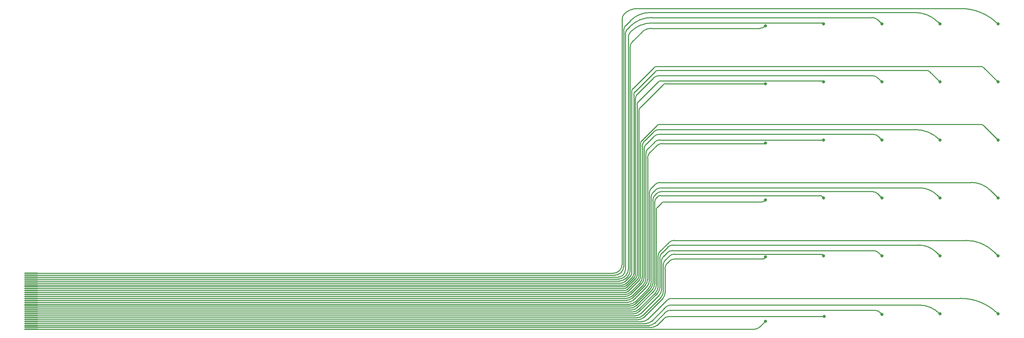
<source format=gbl>
G04 #@! TF.GenerationSoftware,KiCad,Pcbnew,(6.0.8)*
G04 #@! TF.CreationDate,2023-03-13T18:38:54-05:00*
G04 #@! TF.ProjectId,comb_v2_electrodes,636f6d62-5f76-4325-9f65-6c656374726f,rev?*
G04 #@! TF.SameCoordinates,Original*
G04 #@! TF.FileFunction,Copper,L2,Bot*
G04 #@! TF.FilePolarity,Positive*
%FSLAX46Y46*%
G04 Gerber Fmt 4.6, Leading zero omitted, Abs format (unit mm)*
G04 Created by KiCad (PCBNEW (6.0.8)) date 2023-03-13 18:38:54*
%MOMM*%
%LPD*%
G01*
G04 APERTURE LIST*
G04 Aperture macros list*
%AMRoundRect*
0 Rectangle with rounded corners*
0 $1 Rounding radius*
0 $2 $3 $4 $5 $6 $7 $8 $9 X,Y pos of 4 corners*
0 Add a 4 corners polygon primitive as box body*
4,1,4,$2,$3,$4,$5,$6,$7,$8,$9,$2,$3,0*
0 Add four circle primitives for the rounded corners*
1,1,$1+$1,$2,$3*
1,1,$1+$1,$4,$5*
1,1,$1+$1,$6,$7*
1,1,$1+$1,$8,$9*
0 Add four rect primitives between the rounded corners*
20,1,$1+$1,$2,$3,$4,$5,0*
20,1,$1+$1,$4,$5,$6,$7,0*
20,1,$1+$1,$6,$7,$8,$9,0*
20,1,$1+$1,$8,$9,$2,$3,0*%
G04 Aperture macros list end*
G04 #@! TA.AperFunction,SMDPad,CuDef*
%ADD10RoundRect,0.087500X1.662500X-0.087500X1.662500X0.087500X-1.662500X0.087500X-1.662500X-0.087500X0*%
G04 #@! TD*
G04 #@! TA.AperFunction,ViaPad*
%ADD11C,0.800000*%
G04 #@! TD*
G04 #@! TA.AperFunction,Conductor*
%ADD12C,0.250000*%
G04 #@! TD*
G04 APERTURE END LIST*
D10*
X25500000Y-119000000D03*
X25500000Y-119500000D03*
X25500000Y-120000000D03*
X25500000Y-120500000D03*
X25500000Y-121000000D03*
X25500000Y-121500000D03*
X25500000Y-122000000D03*
X25500000Y-122500000D03*
X25500000Y-123000000D03*
X25500000Y-123500000D03*
X25500000Y-124000000D03*
X25500000Y-124500000D03*
X25500000Y-125000000D03*
X25500000Y-125500000D03*
X25500000Y-126000000D03*
X25500000Y-126500000D03*
X25500000Y-127000000D03*
X25500000Y-127500000D03*
X25500000Y-128000000D03*
X25500000Y-128500000D03*
X25500000Y-129000000D03*
X25500000Y-129500000D03*
X25500000Y-130000000D03*
X25500000Y-130500000D03*
X25500000Y-131000000D03*
X25500000Y-131500000D03*
X25500000Y-132000000D03*
X25500000Y-132500000D03*
X25500000Y-133000000D03*
X25500000Y-133500000D03*
D11*
X275000000Y-54500000D03*
X260000000Y-54500000D03*
X245000000Y-54500000D03*
X230000000Y-54500000D03*
X215000000Y-54954500D03*
X275000000Y-69500000D03*
X260000000Y-69500000D03*
X245000000Y-69500000D03*
X230000000Y-69500000D03*
X215000000Y-69934500D03*
X275000000Y-84500000D03*
X260000000Y-84500000D03*
X245000000Y-84500000D03*
X230000000Y-84500000D03*
X215000000Y-85304500D03*
X275000000Y-99500000D03*
X260000000Y-99500000D03*
X245000000Y-99500000D03*
X230000000Y-99500000D03*
X215000000Y-99994500D03*
X275000000Y-114500000D03*
X260000000Y-114500000D03*
X245000000Y-114500000D03*
X230000000Y-114500000D03*
X215000000Y-114774500D03*
X275000000Y-129500000D03*
X260000000Y-129500000D03*
X245060000Y-129650000D03*
X230100000Y-130200000D03*
X214960000Y-131450000D03*
D12*
X214030286Y-100549990D02*
G75*
G03*
X214737393Y-100257107I14J999990D01*
G01*
X188864214Y-100550010D02*
G75*
G03*
X188157107Y-100842893I-14J-999990D01*
G01*
X186802010Y-102612198D02*
G75*
G02*
X187094909Y-101905091I999990J-2D01*
G01*
X187094909Y-101905091D02*
X188157107Y-100842893D01*
X214737393Y-100257107D02*
X215000000Y-99994500D01*
X186802016Y-122119557D02*
X186802016Y-102612198D01*
X25500000Y-128500000D02*
X180421573Y-128500000D01*
X188864214Y-100550000D02*
X214030286Y-100550000D01*
X186801980Y-122119557D02*
G75*
G02*
X186216229Y-123533769I-1999980J-43D01*
G01*
X181835801Y-127914227D02*
G75*
G02*
X180421573Y-128500000I-1414201J1414227D01*
G01*
X181835787Y-127914213D02*
X186216230Y-123533770D01*
X229692900Y-99192886D02*
G75*
G03*
X228985786Y-98900000I-707100J-707114D01*
G01*
X187162110Y-99192876D02*
G75*
G02*
X187869234Y-98900000I707090J-707124D01*
G01*
X229692893Y-99192893D02*
X230000000Y-99500000D01*
X186938302Y-99416718D02*
X187162127Y-99192893D01*
X186352515Y-121819058D02*
X186352515Y-100830932D01*
X181585787Y-127414213D02*
X185766729Y-123233271D01*
X187869234Y-98900000D02*
X228985786Y-98900000D01*
X186938289Y-99416705D02*
G75*
G03*
X186352515Y-100830932I1414211J-1414195D01*
G01*
X186352480Y-121819058D02*
G75*
G02*
X185766728Y-123233270I-1999980J-42D01*
G01*
X25500000Y-128000000D02*
X180171573Y-128000000D01*
X181585801Y-127414227D02*
G75*
G02*
X180171573Y-128000000I-1414201J1414227D01*
G01*
X270585786Y-65500010D02*
G75*
G02*
X271292893Y-65792893I14J-999990D01*
G01*
X180180010Y-119673088D02*
G75*
G03*
X180472889Y-118965967I-707110J707088D01*
G01*
X181407990Y-119377782D02*
G75*
G02*
X181115111Y-120084889I-999990J-18D01*
G01*
X178285786Y-122499990D02*
G75*
G03*
X178992893Y-122207107I14J999990D01*
G01*
X179092900Y-122707114D02*
G75*
G02*
X178385786Y-123000000I-707100J707114D01*
G01*
X178645985Y-121207129D02*
G75*
G02*
X177938856Y-121500000I-707085J707129D01*
G01*
X182148466Y-74669973D02*
G75*
G03*
X181855567Y-75377074I707134J-707127D01*
G01*
X181562657Y-120237309D02*
G75*
G03*
X181855567Y-119530219I-707057J707109D01*
G01*
X187315514Y-69502873D02*
G75*
G02*
X188022641Y-69210000I707086J-707127D01*
G01*
X186904214Y-65500010D02*
G75*
G03*
X186197107Y-65792893I-14J-999990D01*
G01*
X180472910Y-71931325D02*
G75*
G02*
X180765782Y-71224218I999990J25D01*
G01*
X178585786Y-123499990D02*
G75*
G03*
X179292893Y-123207107I14J999990D01*
G01*
X189278141Y-69934529D02*
G75*
G03*
X188571034Y-70227393I-41J-999971D01*
G01*
X182635971Y-76162414D02*
G75*
G03*
X182343099Y-76869542I707129J-707086D01*
G01*
X182050212Y-120449800D02*
G75*
G03*
X182343099Y-119742687I-707112J707100D01*
G01*
X187662899Y-80499999D02*
G75*
G03*
X186955792Y-80792893I1J-1000001D01*
G01*
X270585786Y-80500010D02*
G75*
G02*
X271292893Y-80792893I14J-999990D01*
G01*
X183047430Y-84701287D02*
G75*
G03*
X182754521Y-85408378I707070J-707113D01*
G01*
X182754485Y-119952458D02*
G75*
G02*
X182461628Y-120659565I-999985J-42D01*
G01*
X178706979Y-123999985D02*
G75*
G03*
X179414086Y-123707107I21J999985D01*
G01*
X257324497Y-66824467D02*
G75*
G03*
X256617375Y-66531589I-707097J-707133D01*
G01*
X186532468Y-66824502D02*
G75*
G02*
X187239555Y-66531589I707132J-707098D01*
G01*
X181287464Y-72069416D02*
G75*
G03*
X180994596Y-72776548I707136J-707084D01*
G01*
X180994597Y-119208700D02*
G75*
G02*
X180701703Y-119915807I-999997J0D01*
G01*
X178203296Y-121999997D02*
G75*
G03*
X178910403Y-121707107I4J999997D01*
G01*
X186904214Y-65500000D02*
X270585786Y-65500000D01*
X271292893Y-65792893D02*
X275000000Y-69500000D01*
X180765782Y-71224218D02*
X186197107Y-65792893D01*
X180472889Y-118965967D02*
X180472889Y-71931325D01*
X25500000Y-121500000D02*
X177938856Y-121500000D01*
X178645963Y-121207107D02*
X180179996Y-119673074D01*
X187239555Y-66531589D02*
X256617375Y-66531589D01*
X181287489Y-72069441D02*
X186532448Y-66824482D01*
X180994596Y-119208700D02*
X180994596Y-72776548D01*
X25500000Y-122000000D02*
X178203296Y-122000000D01*
X178910403Y-121707107D02*
X180701703Y-119915807D01*
X257324482Y-66824482D02*
X260000000Y-69500000D01*
X243965787Y-68465787D02*
X245000000Y-69500000D01*
X181408004Y-119377782D02*
X181408004Y-73980423D01*
X25500000Y-122500000D02*
X178285786Y-122500000D01*
X187508427Y-67880000D02*
X242551573Y-67880000D01*
X243965801Y-68465773D02*
G75*
G03*
X242551573Y-67880000I-1414201J-1414227D01*
G01*
X181993791Y-72566209D02*
X186094214Y-68465786D01*
X187508427Y-67880020D02*
G75*
G03*
X186094215Y-68465787I-27J-1999980D01*
G01*
X181993780Y-72566198D02*
G75*
G03*
X181408004Y-73980423I1414220J-1414202D01*
G01*
X178992893Y-122207107D02*
X181115111Y-120084889D01*
X229710000Y-69210000D02*
X230000000Y-69500000D01*
X188022641Y-69210000D02*
X229710000Y-69210000D01*
X182148460Y-74669967D02*
X187315534Y-69502893D01*
X181855567Y-119530219D02*
X181855567Y-75377074D01*
X179092893Y-122707107D02*
X181562674Y-120237326D01*
X25500000Y-123000000D02*
X178385786Y-123000000D01*
X182635992Y-76162435D02*
X188571034Y-70227393D01*
X182343099Y-119742687D02*
X182343099Y-76869542D01*
X189278141Y-69934500D02*
X215000000Y-69934500D01*
X179292893Y-123207107D02*
X182050206Y-120449794D01*
X25500000Y-123500000D02*
X178585786Y-123500000D01*
X271292893Y-80792893D02*
X275000000Y-84500000D01*
X182754521Y-119952458D02*
X182754521Y-85408378D01*
X25500000Y-124000000D02*
X178706979Y-124000000D01*
X183047414Y-84701271D02*
X186955792Y-80792893D01*
X179414086Y-123707107D02*
X182461628Y-120659565D01*
X187662899Y-80500000D02*
X270585786Y-80500000D01*
X177980000Y-116777359D02*
X177980000Y-53318447D01*
X181955828Y-50500000D02*
X265343134Y-50500000D01*
X177171573Y-118414213D02*
X177394214Y-118191572D01*
X25500000Y-119000000D02*
X175757359Y-119000000D01*
X178565753Y-51904179D02*
G75*
G03*
X177980000Y-53318447I1414347J-1414221D01*
G01*
X181955828Y-50500017D02*
G75*
G03*
X178565788Y-51904214I-28J-4794183D01*
G01*
X274999987Y-54500013D02*
G75*
G03*
X265343134Y-50500000I-9656887J-9656887D01*
G01*
X177979970Y-116777359D02*
G75*
G02*
X177394213Y-118191571I-1999970J-41D01*
G01*
X177171594Y-118414234D02*
G75*
G02*
X175757359Y-119000000I-1414194J1414234D01*
G01*
X25500000Y-119500000D02*
X176171573Y-119500000D01*
X178379501Y-117292072D02*
X178379501Y-56228926D01*
X259487669Y-53987669D02*
X260000000Y-54500000D01*
X177585787Y-118914213D02*
X177793715Y-118706285D01*
X185181291Y-51540000D02*
X253578474Y-51540000D01*
X178965288Y-54814712D02*
X180160194Y-53619806D01*
X178965304Y-54814728D02*
G75*
G03*
X178379501Y-56228926I1414296J-1414272D01*
G01*
X178379480Y-117292072D02*
G75*
G02*
X177793714Y-118706284I-1999980J-28D01*
G01*
X259487690Y-53987648D02*
G75*
G03*
X253578474Y-51540000I-5909190J-5909252D01*
G01*
X185181291Y-51539993D02*
G75*
G03*
X180160195Y-53619807I9J-7100907D01*
G01*
X177585801Y-118914227D02*
G75*
G02*
X176171573Y-119500000I-1414201J1414227D01*
G01*
X185603729Y-52832000D02*
X242503573Y-52832000D01*
X25500000Y-120000000D02*
X176986377Y-120000000D01*
X178816000Y-118070553D02*
X178816000Y-57182427D01*
X179401787Y-55768213D02*
X180028781Y-55141219D01*
X243917787Y-53417787D02*
X245000000Y-54500000D01*
X178230238Y-119484790D02*
G75*
G03*
X178816000Y-118070553I-1414238J1414190D01*
G01*
X176986377Y-119999984D02*
G75*
G03*
X178230214Y-119484766I23J1758984D01*
G01*
X178816020Y-57182427D02*
G75*
G02*
X179401788Y-55768214I1999980J27D01*
G01*
X185603729Y-52832031D02*
G75*
G03*
X180028782Y-55141220I-29J-7884169D01*
G01*
X243917801Y-53417773D02*
G75*
G03*
X242503573Y-52832000I-1414201J-1414227D01*
G01*
X185734368Y-54230000D02*
X229730000Y-54230000D01*
X229730000Y-54230000D02*
X230000000Y-54500000D01*
X25500000Y-120500000D02*
X177137818Y-120500000D01*
X178552032Y-119914213D02*
X179024214Y-119442031D01*
X179610000Y-118027818D02*
X179610000Y-57938427D01*
X178552023Y-119914204D02*
G75*
G02*
X177137818Y-120500000I-1414223J1414204D01*
G01*
X185734368Y-54229979D02*
G75*
G03*
X180195788Y-56524214I32J-7832621D01*
G01*
X179610020Y-57938427D02*
G75*
G02*
X180195788Y-56524214I1999980J27D01*
G01*
X179024205Y-119442022D02*
G75*
G03*
X179610000Y-118027818I-1414205J1414222D01*
G01*
X180059501Y-118329582D02*
X180059501Y-60498926D01*
X213494165Y-55628092D02*
X213496073Y-55630000D01*
X185491199Y-55630000D02*
X185493107Y-55628092D01*
X25500000Y-121000000D02*
X177389083Y-121000000D01*
X178803297Y-120414213D02*
X179473715Y-119743795D01*
X185493107Y-55628092D02*
X213494165Y-55628092D01*
X214910263Y-55044237D02*
X215000000Y-54954500D01*
X180645288Y-59084712D02*
X183116274Y-56613726D01*
X180645275Y-59084699D02*
G75*
G03*
X180059501Y-60498926I1414225J-1414201D01*
G01*
X185491199Y-55630014D02*
G75*
G03*
X183116274Y-56613726I1J-3358686D01*
G01*
X180059487Y-118329582D02*
G75*
G02*
X179473714Y-119743794I-1999987J-18D01*
G01*
X178803306Y-120414222D02*
G75*
G02*
X177389083Y-121000000I-1414206J1414222D01*
G01*
X214910256Y-55044230D02*
G75*
G02*
X213496073Y-55630000I-1414156J1414130D01*
G01*
X187538427Y-81820000D02*
X253529873Y-81820000D01*
X180127167Y-123914213D02*
X182620222Y-121421158D01*
X183791795Y-84738205D02*
X186124214Y-82405786D01*
X25500000Y-124500000D02*
X178712953Y-124500000D01*
X183206008Y-120006945D02*
X183206008Y-86152419D01*
X183791787Y-84738197D02*
G75*
G03*
X183206008Y-86152419I1414213J-1414203D01*
G01*
X178712953Y-124499966D02*
G75*
G03*
X180127167Y-123914213I47J1999966D01*
G01*
X260000018Y-84499982D02*
G75*
G03*
X253529873Y-81820000I-6470118J-6470218D01*
G01*
X187538427Y-81820020D02*
G75*
G03*
X186124215Y-82405787I-27J-1999980D01*
G01*
X182620201Y-121421137D02*
G75*
G03*
X183206008Y-120006945I-1414201J1414237D01*
G01*
X183655509Y-120125290D02*
X183655509Y-86962918D01*
X180195013Y-124414213D02*
X183069723Y-121539503D01*
X184241296Y-85548704D02*
X186174214Y-83615786D01*
X244115787Y-83615787D02*
X245000000Y-84500000D01*
X187588427Y-83030000D02*
X242701573Y-83030000D01*
X25500000Y-125000000D02*
X178780799Y-125000000D01*
X244115801Y-83615773D02*
G75*
G03*
X242701573Y-83030000I-1414201J-1414227D01*
G01*
X184241289Y-85548697D02*
G75*
G03*
X183655509Y-86962918I1414211J-1414203D01*
G01*
X180195014Y-124414214D02*
G75*
G02*
X178780799Y-125000000I-1414214J1414214D01*
G01*
X183069730Y-121539510D02*
G75*
G03*
X183655509Y-120125290I-1414230J1414210D01*
G01*
X186174200Y-83615772D02*
G75*
G02*
X187588427Y-83030000I1414200J-1414228D01*
G01*
X184105010Y-120501583D02*
X184105010Y-88158437D01*
X184690797Y-86744223D02*
X186349234Y-85085786D01*
X25500000Y-125500000D02*
X179106593Y-125500000D01*
X180520807Y-124914213D02*
X183519224Y-121915796D01*
X187763447Y-84500000D02*
X230000000Y-84500000D01*
X183519235Y-121915807D02*
G75*
G03*
X184105010Y-120501583I-1414235J1414207D01*
G01*
X179106593Y-125499994D02*
G75*
G03*
X180520806Y-124914212I7J1999994D01*
G01*
X187763447Y-84500034D02*
G75*
G03*
X186349234Y-85085786I-47J-1999966D01*
G01*
X184690781Y-86744207D02*
G75*
G03*
X184105010Y-88158437I1414219J-1414193D01*
G01*
X25500000Y-126000000D02*
X179171573Y-126000000D01*
X185140298Y-87789702D02*
X186904214Y-86025786D01*
X188318427Y-85440000D02*
X214864500Y-85440000D01*
X214864500Y-85440000D02*
X215000000Y-85304500D01*
X180585787Y-125414213D02*
X183968725Y-122031275D01*
X184554511Y-120617062D02*
X184554511Y-89203916D01*
X188318427Y-85440020D02*
G75*
G03*
X186904215Y-86025787I-27J-1999980D01*
G01*
X180585801Y-125414227D02*
G75*
G02*
X179171573Y-126000000I-1414201J1414227D01*
G01*
X183968746Y-122031296D02*
G75*
G03*
X184554511Y-120617062I-1414246J1414196D01*
G01*
X184554520Y-89203916D02*
G75*
G02*
X185140299Y-87789703I1999980J16D01*
G01*
X187828427Y-95500000D02*
X268064096Y-95500000D01*
X185004012Y-120982541D02*
X185004012Y-98324415D01*
X185589799Y-96910201D02*
X186414214Y-96085786D01*
X273075997Y-97575997D02*
X275000000Y-99500000D01*
X25500000Y-126500000D02*
X179486553Y-126500000D01*
X180900767Y-125914213D02*
X184418226Y-122396754D01*
X185589794Y-96910196D02*
G75*
G03*
X185004012Y-98324415I1414206J-1414204D01*
G01*
X185004037Y-120982541D02*
G75*
G02*
X184418226Y-122396754I-2000037J41D01*
G01*
X268064096Y-95500004D02*
G75*
G02*
X273075996Y-97575998I4J-7087896D01*
G01*
X187828427Y-95500020D02*
G75*
G03*
X186414215Y-96085787I-27J-1999980D01*
G01*
X180900791Y-125914237D02*
G75*
G02*
X179486553Y-126500000I-1414191J1414237D01*
G01*
X186039300Y-98010700D02*
X186554214Y-97495786D01*
X187968427Y-96910000D02*
X254746415Y-96910000D01*
X185453513Y-121468060D02*
X185453513Y-99424914D01*
X181335787Y-126414213D02*
X184867727Y-122882273D01*
X259293438Y-98793438D02*
X260000000Y-99500000D01*
X25500000Y-127000000D02*
X179921573Y-127000000D01*
X187968427Y-96910020D02*
G75*
G03*
X186554215Y-97495787I-27J-1999980D01*
G01*
X184867750Y-122882296D02*
G75*
G03*
X185453513Y-121468060I-1414250J1414196D01*
G01*
X186039296Y-98010696D02*
G75*
G03*
X185453513Y-99424914I1414204J-1414204D01*
G01*
X179921573Y-126999980D02*
G75*
G03*
X181335786Y-126414212I27J1999980D01*
G01*
X259293438Y-98793438D02*
G75*
G03*
X254746415Y-96910000I-4547038J-4547062D01*
G01*
X186488801Y-98761199D02*
X186804214Y-98445786D01*
X188218427Y-97860000D02*
X242531573Y-97860000D01*
X181400767Y-126914213D02*
X185317228Y-122997752D01*
X25500000Y-127500000D02*
X179986553Y-127500000D01*
X243945787Y-98445787D02*
X245000000Y-99500000D01*
X185903014Y-121583539D02*
X185903014Y-100175413D01*
X181400791Y-126914237D02*
G75*
G02*
X179986553Y-127500000I-1414191J1414237D01*
G01*
X188218427Y-97860020D02*
G75*
G03*
X186804215Y-98445787I-27J-1999980D01*
G01*
X186488797Y-98761195D02*
G75*
G03*
X185903014Y-100175413I1414203J-1414205D01*
G01*
X185317211Y-122997735D02*
G75*
G03*
X185903014Y-121583539I-1414211J1414235D01*
G01*
X242531573Y-97860020D02*
G75*
G02*
X243945786Y-98445788I27J-1999980D01*
G01*
X274026818Y-113526818D02*
X275000000Y-114500000D01*
X187837304Y-113262696D02*
X190014214Y-111085786D01*
X25500000Y-129000000D02*
X180796573Y-129000000D01*
X191428427Y-110500000D02*
X266719433Y-110500000D01*
X182210787Y-128414213D02*
X186665731Y-123959269D01*
X187251517Y-122545056D02*
X187251517Y-114676910D01*
X187837302Y-113262694D02*
G75*
G03*
X187251517Y-114676910I1414198J-1414206D01*
G01*
X190014200Y-111085772D02*
G75*
G02*
X191428427Y-110500000I1414200J-1414228D01*
G01*
X182210801Y-128414227D02*
G75*
G02*
X180796573Y-129000000I-1414201J1414227D01*
G01*
X274026801Y-113526835D02*
G75*
G03*
X266719433Y-110500000I-7307401J-7307365D01*
G01*
X186665757Y-123959295D02*
G75*
G03*
X187251517Y-122545056I-1414257J1414195D01*
G01*
X259092601Y-113592601D02*
X260000000Y-114500000D01*
X25500000Y-129500000D02*
X180921573Y-129500000D01*
X188286805Y-113713195D02*
X189724214Y-112275786D01*
X187701018Y-122720555D02*
X187701018Y-115127409D01*
X182335787Y-128914213D02*
X187115232Y-124134768D01*
X191138427Y-111690000D02*
X254499315Y-111690000D01*
X189724200Y-112275772D02*
G75*
G02*
X191138427Y-111690000I1414200J-1414228D01*
G01*
X187700980Y-122720555D02*
G75*
G02*
X187115231Y-124134767I-1999980J-45D01*
G01*
X180921573Y-129499980D02*
G75*
G03*
X182335786Y-128914212I27J1999980D01*
G01*
X259092596Y-113592606D02*
G75*
G03*
X254499315Y-111690000I-4593296J-4593294D01*
G01*
X188286804Y-113713194D02*
G75*
G03*
X187701018Y-115127409I1414196J-1414206D01*
G01*
X188736306Y-114553694D02*
X189584214Y-113705786D01*
X244205787Y-113705787D02*
X245000000Y-114500000D01*
X188150519Y-123271054D02*
X188150519Y-115967908D01*
X25500000Y-130000000D02*
X181421573Y-130000000D01*
X182835787Y-129414213D02*
X187564733Y-124685267D01*
X190998427Y-113120000D02*
X242791573Y-113120000D01*
X182835801Y-129414227D02*
G75*
G02*
X181421573Y-130000000I-1414201J1414227D01*
G01*
X187564760Y-124685294D02*
G75*
G03*
X188150519Y-123271054I-1414260J1414194D01*
G01*
X190998427Y-113120020D02*
G75*
G03*
X189584215Y-113705787I-27J-1999980D01*
G01*
X188736306Y-114553694D02*
G75*
G03*
X188150519Y-115967908I1414194J-1414206D01*
G01*
X244205801Y-113705773D02*
G75*
G03*
X242791573Y-113120000I-1414201J-1414227D01*
G01*
X191518427Y-114050000D02*
X229550000Y-114050000D01*
X183335787Y-129914213D02*
X188014234Y-125235766D01*
X25500000Y-130500000D02*
X181921573Y-130500000D01*
X189185807Y-115554193D02*
X190104214Y-114635786D01*
X229550000Y-114050000D02*
X230000000Y-114500000D01*
X188600020Y-123821553D02*
X188600020Y-116968407D01*
X188599980Y-123821553D02*
G75*
G02*
X188014233Y-125235765I-1999980J-47D01*
G01*
X191518427Y-114050020D02*
G75*
G03*
X190104215Y-114635787I-27J-1999980D01*
G01*
X183335801Y-129914227D02*
G75*
G02*
X181921573Y-130500000I-1414201J1414227D01*
G01*
X188600020Y-116968407D02*
G75*
G02*
X189185808Y-115554194I1999980J7D01*
G01*
X183585787Y-130414213D02*
X188463735Y-125536265D01*
X189049521Y-124122052D02*
X189049521Y-117818906D01*
X214464500Y-115310000D02*
X215000000Y-114774500D01*
X189635308Y-116404692D02*
X190144214Y-115895786D01*
X25500000Y-131000000D02*
X182171573Y-131000000D01*
X191558427Y-115310000D02*
X214464500Y-115310000D01*
X191558427Y-115310020D02*
G75*
G03*
X190144215Y-115895787I-27J-1999980D01*
G01*
X183585801Y-130414227D02*
G75*
G02*
X182171573Y-131000000I-1414201J1414227D01*
G01*
X188463763Y-125536293D02*
G75*
G03*
X189049521Y-124122052I-1414263J1414193D01*
G01*
X189049520Y-117818906D02*
G75*
G02*
X189635309Y-116404693I1999980J6D01*
G01*
X184585787Y-130914213D02*
X189414214Y-126085786D01*
X190828427Y-125500000D02*
X265343264Y-125500000D01*
X25500000Y-131500000D02*
X183171573Y-131500000D01*
X184585801Y-130914227D02*
G75*
G02*
X183171573Y-131500000I-1414201J1414227D01*
G01*
X189414200Y-126085772D02*
G75*
G02*
X190828427Y-125500000I1414200J-1414228D01*
G01*
X275000024Y-129499976D02*
G75*
G03*
X265343264Y-125500000I-9656724J-9656624D01*
G01*
X25500000Y-132000000D02*
X184171573Y-132000000D01*
X185585787Y-131414213D02*
X189194214Y-127805786D01*
X190608427Y-127220000D02*
X254495620Y-127220000D01*
X184171573Y-131999980D02*
G75*
G03*
X185585786Y-131414212I27J1999980D01*
G01*
X190608427Y-127220020D02*
G75*
G03*
X189194215Y-127805787I-27J-1999980D01*
G01*
X254495620Y-127219974D02*
G75*
G02*
X260000000Y-129500000I-20J-7784326D01*
G01*
X245060000Y-129650000D02*
X244565786Y-129155786D01*
X243151573Y-128570000D02*
X190508427Y-128570000D01*
X189094213Y-129155787D02*
X186335786Y-131914214D01*
X184921573Y-132500000D02*
X25500000Y-132500000D01*
X244565800Y-129155772D02*
G75*
G03*
X243151573Y-128570000I-1414200J-1414228D01*
G01*
X189094199Y-129155773D02*
G75*
G02*
X190508427Y-128570000I1414201J-1414227D01*
G01*
X186335800Y-131914228D02*
G75*
G02*
X184921573Y-132500000I-1414200J1414228D01*
G01*
X187085787Y-132414213D02*
X188714214Y-130785786D01*
X25500000Y-133000000D02*
X185671573Y-133000000D01*
X190128427Y-130200000D02*
X230100000Y-130200000D01*
X188714200Y-130785772D02*
G75*
G02*
X190128427Y-130200000I1414200J-1414228D01*
G01*
X185671573Y-132999980D02*
G75*
G03*
X187085786Y-132414212I27J1999980D01*
G01*
X25500000Y-133500000D02*
X212081573Y-133500000D01*
X213495787Y-132914213D02*
X214960000Y-131450000D01*
X212081573Y-133499980D02*
G75*
G03*
X213495786Y-132914212I27J1999980D01*
G01*
M02*

</source>
